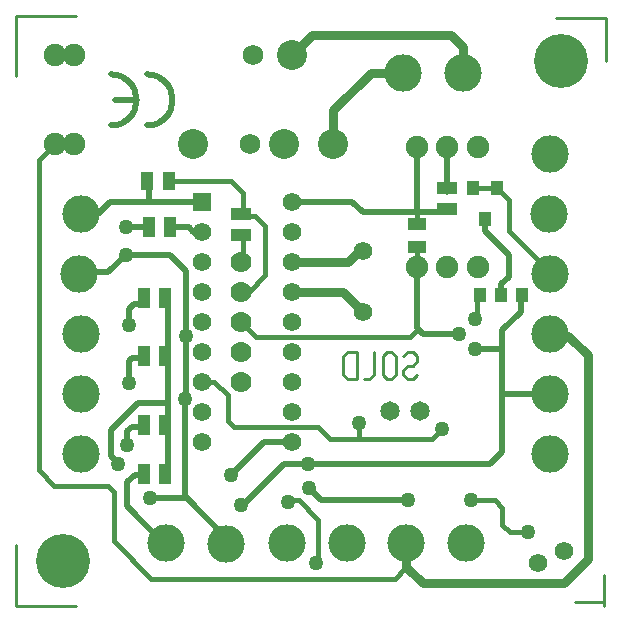
<source format=gbl>
%FSLAX23Y23*%
%MOIN*%
G70*
G01*
G75*
%ADD10R,0.063X0.040*%
%ADD11R,0.050X0.040*%
%ADD12R,0.040X0.063*%
%ADD13R,0.040X0.050*%
%ADD14C,0.015*%
%ADD15C,0.025*%
%ADD16C,0.030*%
%ADD17C,0.010*%
%ADD18C,0.020*%
%ADD19C,0.008*%
%ADD20C,0.050*%
%ADD21C,0.062*%
%ADD22C,0.065*%
%ADD23C,0.180*%
%ADD24C,0.125*%
%ADD25C,0.075*%
%ADD26C,0.100*%
%ADD27C,0.069*%
%ADD28C,0.070*%
%ADD29R,0.062X0.062*%
%ADD30R,0.040X0.065*%
%ADD31R,0.065X0.040*%
%ADD32C,0.040*%
%ADD33R,0.040X0.062*%
%ADD34R,0.062X0.040*%
D13*
X10613Y8403D02*
D03*
X10533D02*
D03*
X10573Y8302D02*
D03*
X10627Y8047D02*
D03*
X10557D02*
D03*
X10698D02*
D03*
D14*
X10632Y7282D02*
X10658Y7258D01*
X10613Y8403D02*
X10653Y8363D01*
X10632Y7282D02*
Y7338D01*
X10653Y8262D02*
Y8363D01*
X10608Y7363D02*
X10632Y7338D01*
X10398Y7568D02*
X10432Y7602D01*
X10323Y7907D02*
X10347Y7932D01*
X10547Y7968D02*
Y8038D01*
X10347Y8278D02*
Y8328D01*
Y8142D02*
Y8208D01*
X9767Y8312D02*
X9807D01*
X10533Y8403D02*
X10613D01*
X9523Y8427D02*
X9727D01*
X10273Y7102D02*
X10307Y7137D01*
X10017Y7608D02*
X10057Y7568D01*
X10017Y7153D02*
Y7298D01*
X10153Y7568D02*
Y7622D01*
X9762Y8057D02*
X9788D01*
X10113Y8158D02*
X10127D01*
X9953Y7363D02*
X10017Y7298D01*
X9788Y8057D02*
X9842Y8113D01*
X9807Y8312D02*
X9842Y8278D01*
X9767Y7952D02*
X9812Y7907D01*
X9717Y7628D02*
X9738Y7608D01*
X9672Y7758D02*
X9717Y7713D01*
X9727Y8427D02*
X9767Y8387D01*
Y8158D02*
Y8238D01*
X9842Y8113D02*
Y8278D01*
X9717Y7628D02*
Y7713D01*
X9767Y8318D02*
Y8387D01*
X9812Y7907D02*
X10323D01*
X9632Y7758D02*
X9672D01*
X9337Y7227D02*
Y7392D01*
X10528Y7363D02*
X10608D01*
X9917D02*
X9953D01*
X10208Y7568D02*
X10398D01*
X9762Y7608D02*
X9993D01*
X9738D02*
X9792D01*
X9137Y7412D02*
X9318D01*
X9993Y7608D02*
X10017D01*
X10057Y7568D02*
X10222D01*
X9087Y8498D02*
X9142Y8552D01*
X9087Y7463D02*
X9137Y7412D01*
X9318D02*
X9337Y7392D01*
X9087Y7463D02*
Y8498D01*
X10658Y7258D02*
X10717D01*
X9462Y7102D02*
X10273D01*
X9337Y7227D02*
X9462Y7102D01*
X10653Y8262D02*
X10797Y8118D01*
D16*
X10917Y7168D02*
Y7847D01*
X10448Y8913D02*
X10462D01*
X9998D02*
X10448D01*
X10193Y8788D02*
X10302D01*
X10502D02*
Y8873D01*
X10312Y7142D02*
Y7222D01*
X10068Y8552D02*
Y8663D01*
X9932Y8057D02*
X10102D01*
X10153Y8193D02*
X10167D01*
X9932Y8158D02*
X10118D01*
X10792Y7912D02*
X10852D01*
X10368Y7088D02*
X10837D01*
X10493Y8882D02*
X10502Y8873D01*
X10462Y8913D02*
X10493Y8882D01*
X9932Y8847D02*
X9998Y8913D01*
X10068Y8663D02*
X10193Y8788D01*
X10102Y8057D02*
X10167Y7992D01*
X10118Y8158D02*
X10153Y8193D01*
X10312Y7142D02*
X10368Y7088D01*
X10837D02*
X10917Y7168D01*
X10852Y7912D02*
X10917Y7847D01*
D17*
X10977Y8828D02*
Y8972D01*
X10972Y7012D02*
Y7113D01*
X9012Y8977D02*
X9212D01*
X10812Y8972D02*
X10972D01*
X10812D02*
X10977D01*
X10333Y7767D02*
X10347Y7782D01*
X10302D02*
X10318Y7767D01*
X10302Y7798D02*
X10318Y7812D01*
X10333D02*
X10347Y7827D01*
X10333Y7858D02*
X10347Y7843D01*
X10302D02*
X10318Y7858D01*
X10302Y7782D02*
Y7798D01*
X10347Y7827D02*
Y7843D01*
X10102Y7782D02*
X10118Y7767D01*
X10102Y7843D02*
X10118Y7858D01*
X10188Y7767D02*
X10203Y7782D01*
X10262Y7858D02*
X10278Y7843D01*
X10233D02*
X10248Y7858D01*
X10233Y7782D02*
X10248Y7767D01*
X10262D02*
X10278Y7782D01*
X10153Y7622D02*
X10172Y7617D01*
X10102Y7782D02*
Y7787D01*
Y7843D01*
X10148Y7767D02*
Y7858D01*
X10203Y7782D02*
Y7858D01*
X10233Y7782D02*
Y7843D01*
X10278Y7782D02*
Y7843D01*
X10323Y8142D02*
X10347D01*
X10118Y7767D02*
X10148D01*
X10118Y7858D02*
X10148D01*
X10172Y7767D02*
X10188D01*
X10248Y7858D02*
X10262D01*
X10248Y7767D02*
X10262D01*
X10318D02*
X10333D01*
X10318Y7812D02*
X10333D01*
X10318Y7858D02*
X10333D01*
X10743Y7718D02*
X10792D01*
X10773D02*
X10797D01*
X9012Y7012D02*
Y7213D01*
Y8778D02*
Y8977D01*
Y7012D02*
X9212D01*
X10873Y7023D02*
X10972D01*
D18*
X9448Y8613D02*
X9457Y8613D01*
X9467Y8615D01*
X9477Y8618D01*
X9486Y8622D01*
X9494Y8626D01*
X9502Y8632D01*
X9509Y8639D01*
X9516Y8647D01*
X9521Y8655D01*
X9526Y8664D01*
X9529Y8673D01*
X9531Y8683D01*
X9532Y8693D01*
Y8702D01*
X9531Y8712D01*
X9529Y8722D01*
X9526Y8731D01*
X9521Y8740D01*
X9516Y8748D01*
X9509Y8756D01*
X9502Y8763D01*
X9494Y8769D01*
X9486Y8773D01*
X9477Y8777D01*
X9467Y8780D01*
X9457Y8782D01*
X9448Y8783D01*
X9328Y8613D02*
X9337Y8613D01*
X9347Y8615D01*
X9357Y8618D01*
X9366Y8622D01*
X9374Y8626D01*
X9382Y8632D01*
X9389Y8639D01*
X9396Y8647D01*
X9401Y8655D01*
X9406Y8664D01*
X9409Y8673D01*
X9411Y8683D01*
X9412Y8693D01*
Y8702D01*
X9411Y8712D01*
X9409Y8722D01*
X9406Y8731D01*
X9401Y8740D01*
X9396Y8748D01*
X9389Y8756D01*
X9382Y8763D01*
X9374Y8769D01*
X9366Y8773D01*
X9357Y8777D01*
X9347Y8780D01*
X9337Y8782D01*
X9328Y8783D01*
X10632Y7932D02*
X10693Y7992D01*
X10627Y8083D02*
X10653Y8108D01*
X10632Y7528D02*
Y7932D01*
X10693Y7992D02*
Y8028D01*
X10627Y8057D02*
Y8083D01*
X10653Y8108D02*
Y8182D01*
X10632Y7523D02*
Y7548D01*
X9342Y8698D02*
X9413D01*
X10347Y7938D02*
X10368Y7918D01*
X10573Y8262D02*
X10653Y8182D01*
X10592Y7483D02*
X10632Y7523D01*
X10347Y7938D02*
Y8142D01*
Y8323D02*
Y8542D01*
X10448Y8392D02*
Y8547D01*
X10573Y8262D02*
Y8302D01*
X9932Y8358D02*
X10132D01*
X10167Y8323D02*
X10448D01*
X9323Y8358D02*
X9627D01*
X9227Y8318D02*
X9283D01*
X9988Y7403D02*
X10028Y7363D01*
X10132Y8358D02*
X10167Y8323D01*
X9377Y8273D02*
X9453D01*
X9533D02*
X9587D01*
X9602Y8257D02*
X9632D01*
X9377Y8182D02*
X9523D01*
X9222Y8123D02*
X9318D01*
X9403Y8017D02*
X9443D01*
X9708Y7218D02*
Y7242D01*
X9398Y7838D02*
X9438D01*
X9417Y7688D02*
X9517D01*
X10637Y7718D02*
X10788D01*
X10542Y7867D02*
X10632D01*
X10368Y7918D02*
X10488D01*
X9382Y7593D02*
X9398Y7608D01*
X9387Y7827D02*
X9398Y7838D01*
X9587Y8273D02*
X9602Y8257D01*
X9523Y8182D02*
X9578Y8127D01*
X9387Y8002D02*
X9403Y8017D01*
X9382Y7423D02*
X9408Y7448D01*
X9382Y7548D02*
Y7593D01*
X9387Y7753D02*
Y7827D01*
X9578Y7702D02*
Y7912D01*
X9573Y7378D02*
Y7702D01*
X9578Y7912D02*
Y8127D01*
X9517Y7457D02*
Y8023D01*
X9387Y7948D02*
Y8002D01*
X9382Y7363D02*
Y7423D01*
Y7343D02*
Y7363D01*
X9453Y8358D02*
Y8413D01*
X9837Y7557D02*
X9932D01*
X10028Y7363D02*
X10318D01*
X9398Y7608D02*
X9448D01*
X9458Y7372D02*
X9573D01*
X9408Y7448D02*
X9432D01*
X9903Y7483D02*
X9983D01*
X9762Y7347D02*
X9767D01*
X9988Y7483D02*
X10592D01*
X9328Y7512D02*
X9352Y7488D01*
X9328Y7597D02*
X9417Y7688D01*
X9283Y8318D02*
X9323Y8358D01*
X9318Y8123D02*
X9377Y8182D01*
X9328Y7512D02*
Y7528D01*
Y7597D01*
X9502Y7222D02*
X9512D01*
X9727Y7448D02*
X9837Y7557D01*
X9573Y7378D02*
X9708Y7242D01*
X9382Y7343D02*
X9502Y7222D01*
X9767Y7347D02*
X9903Y7483D01*
D20*
X10488Y7918D02*
D03*
X10542Y7867D02*
D03*
Y7968D02*
D03*
X10717Y7258D02*
D03*
X10318Y7363D02*
D03*
X10528D02*
D03*
X10432Y7602D02*
D03*
X10012Y7153D02*
D03*
X9983Y7483D02*
D03*
X10153Y7622D02*
D03*
X9988Y7403D02*
D03*
X9917Y7358D02*
D03*
X9727Y7448D02*
D03*
X9762Y7347D02*
D03*
D03*
X9382Y7548D02*
D03*
X9387Y7753D02*
D03*
X9578Y7912D02*
D03*
X9573Y7702D02*
D03*
X9458Y7372D02*
D03*
X9377Y8273D02*
D03*
Y8182D02*
D03*
X9387Y7948D02*
D03*
X9352Y7483D02*
D03*
D21*
X10837Y7193D02*
D03*
X10752Y7153D02*
D03*
X9632Y8257D02*
D03*
Y8158D02*
D03*
Y8057D02*
D03*
Y7957D02*
D03*
Y7858D02*
D03*
Y7758D02*
D03*
Y7657D02*
D03*
Y7557D02*
D03*
X9932D02*
D03*
Y7657D02*
D03*
Y7758D02*
D03*
Y7858D02*
D03*
Y7957D02*
D03*
Y8057D02*
D03*
Y8158D02*
D03*
Y8257D02*
D03*
Y8358D02*
D03*
X10167Y7992D02*
D03*
Y8193D02*
D03*
D22*
X10358Y7662D02*
D03*
X10257D02*
D03*
D23*
X10828Y8828D02*
D03*
X9167Y7162D02*
D03*
D24*
X9227Y7517D02*
D03*
Y7718D02*
D03*
Y7918D02*
D03*
Y8318D02*
D03*
X9222Y8118D02*
D03*
X10502Y8788D02*
D03*
X10302D02*
D03*
X10792Y7517D02*
D03*
Y7718D02*
D03*
Y7918D02*
D03*
Y8118D02*
D03*
Y8517D02*
D03*
X10788Y8318D02*
D03*
X10512Y7222D02*
D03*
X10312D02*
D03*
X10113D02*
D03*
X9913D02*
D03*
X9512D02*
D03*
X9712Y7218D02*
D03*
D25*
X9142Y8552D02*
D03*
Y8847D02*
D03*
X9203D02*
D03*
Y8552D02*
D03*
X10552Y8142D02*
D03*
Y8542D02*
D03*
X10448Y8142D02*
D03*
Y8542D02*
D03*
X10347Y8142D02*
D03*
Y8542D02*
D03*
D26*
X9931Y8847D02*
D03*
X10068Y8552D02*
D03*
X9903D02*
D03*
X9602D02*
D03*
D27*
X9792D02*
D03*
X9802Y8847D02*
D03*
D28*
X9762Y8158D02*
D03*
Y8057D02*
D03*
Y7957D02*
D03*
Y7858D02*
D03*
Y7758D02*
D03*
D29*
X9632Y8358D02*
D03*
D30*
X9438Y7452D02*
D03*
X9507D02*
D03*
X9438Y7613D02*
D03*
X9507D02*
D03*
X9438Y7843D02*
D03*
X9507D02*
D03*
X9438Y8038D02*
D03*
X9507D02*
D03*
X9523Y8273D02*
D03*
X9453D02*
D03*
D31*
X9762Y8248D02*
D03*
Y8318D02*
D03*
X10448Y8333D02*
D03*
Y8403D02*
D03*
D32*
X10068Y8552D02*
X10092D01*
D33*
X9521Y8429D02*
D03*
X9446D02*
D03*
D34*
X10349Y8208D02*
D03*
Y8283D02*
D03*
M02*

</source>
